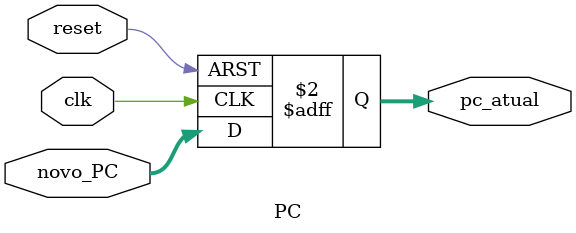
<source format=v>
module PC (
    input  wire clk,
    input  wire reset,
    input  wire [7:0] novo_PC,				// Valor do PC que será inserido
    output reg  [7:0] pc_atual				// Valor atual do PC
);
	
    // escrita na borda de subida
    always @(posedge clk or posedge reset) begin
        if (reset)
            pc_atual <= 8'b0;
        else
            pc_atual <= novo_PC;
    end
endmodule
</source>
